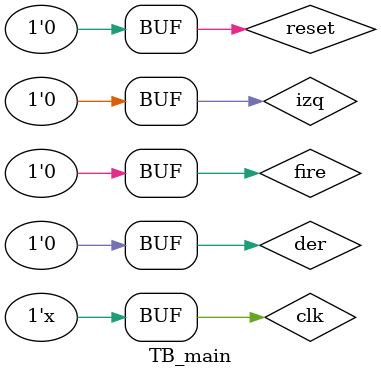
<source format=v>
`timescale 1ns / 1ps
module TB_main(
    );
	reg clk;
	reg reset;
	reg izq;
	reg der;
	reg fire;
	wire [1:0]red_out;
   wire [1:0]green_out;
   wire [1:0]blue_out;
	wire hsync;
	wire vsync;
	
	Main main(clk, reset, izq, der,fire,red_out,green_out, blue_out,hsync,vsync);
	
	initial 
	begin
		clk = 1;
		reset = 0;
		izq = 0;
		der = 0;
		fire = 0;
		#20;
		reset =1;
		#20;
		reset =0;
		#20;
		izq =1;
		#60;
		izq = 0;
		
		
	end
	
	always 
	begin
		clk = !clk;
		#10;
	end
endmodule

</source>
